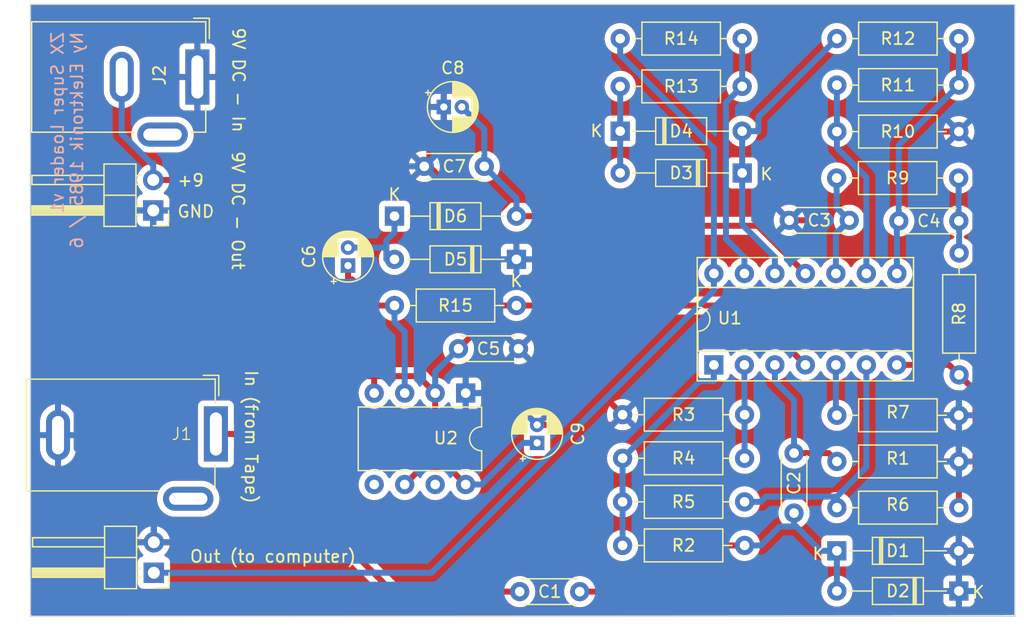
<source format=kicad_pcb>
(kicad_pcb (version 20240108) (generator "pcbnew") (generator_version "8.0")
  (layers (0 "F.Cu" signal) (31 "B.Cu" signal) (34 "B.Paste" user) (35 "F.Paste" user) (36 "B.SilkS" user "B.Silkscreen") (37 "F.SilkS" user "F.Silkscreen") (38 "B.Mask" user) (39 "F.Mask" user) (44 "Edge.Cuts" user))
  (net 0 "")
  (net 1 "Net-(U1A--)")
  (net 2 "GND")
  (net 3 "Net-(R2-Pad1)")
  (net 4 "Net-(U1A-+)")
  (net 5 "+9V")
  (net 6 "IN")
  (net 7 "Net-(D1-K)")
  (net 8 "Net-(U1B--)")
  (net 9 "Net-(U1B-+)")
  (net 10 "Net-(U1C-+)")
  (net 11 "Net-(C4-Pad1)")
  (net 12 "Net-(C4-Pad2)")
  (net 13 "Net-(R6-Pad2)")
  (net 14 "Net-(U1C--)")
  (net 15 "-9V")
  (net 16 "Net-(D3-A)")
  (net 17 "Net-(D3-K)")
  (net 18 "Net-(U1D--)")
  (net 19 "Net-(D5-A)")
  (net 20 "Net-(U2-Q)")
  (net 23 "out")
  (footprint "ZXLibrary:3.5mm mono jack chassis with switch" (layer "F.Cu") (at 65.38 61.8975 -90)
    (property "Reference" "J1")
    (property "Value" "EAR in")
  )
  (footprint "Resistor_THT:R_Axial_DIN0207_L6.3mm_D2.5mm_P10.16mm_Horizontal" (layer "F.Cu") (at 109.18 32.8833 180)
    (property "Reference" "R13")
    (property "Value" "R56K")
  )
  (footprint "Resistor_THT:R_Axial_DIN0207_L6.3mm_D2.5mm_P10.16mm_Horizontal" (layer "F.Cu") (at 117.07 68)
    (property "Reference" "R6")
    (property "Value" "100K")
  )
  (footprint "Resistor_THT:R_Axial_DIN0207_L6.3mm_D2.5mm_P10.16mm_Horizontal" (layer "F.Cu") (at 127.25 56.93 90)
    (property "Reference" "R8")
    (property "Value" "39K")
  )
  (footprint "Package_DIP:DIP-14_W7.62mm_Socket" (layer "F.Cu") (at 106.825 56.1 90)
    (property "Reference" "U1")
    (property "Value" "LM324")
  )
  (footprint "Resistor_THT:R_Axial_DIN0207_L6.3mm_D2.5mm_P10.16mm_Horizontal" (layer "F.Cu") (at 99.22 63.8833)
    (property "Reference" "R4")
    (property "Value" "R33K")
  )
  (footprint "Diode_THT:D_DO-35_SOD27_P10.16mm_Horizontal" (layer "F.Cu") (at 117.07 71.6)
    (property "Reference" "D1")
    (property "Value" "1N4148")
  )
  (footprint "Resistor_THT:R_Axial_DIN0207_L6.3mm_D2.5mm_P10.16mm_Horizontal" (layer "F.Cu") (at 90.38 51.15 180)
    (property "Reference" "R15")
    (property "Value" "100K")
  )
  (footprint "Connector_BarrelJack:BarrelJack_GCT_DCJ200-10-A_Horizontal" (layer "F.Cu") (at 63.8 32.1 -90)
    (property "Reference" "J2")
    (property "Value" "9V DC in")
  )
  (footprint "Resistor_THT:R_Axial_DIN0207_L6.3mm_D2.5mm_P10.16mm_Horizontal" (layer "F.Cu") (at 99.22 67.5167)
    (property "Reference" "R5")
    (property "Value" "R33K")
  )
  (footprint "Capacitor_THT:C_Disc_D4.3mm_W1.9mm_P5.00mm" (layer "F.Cu") (at 127.23 44.1 180)
    (property "Reference" "C4")
    (property "Value" "1,2nF")
  )
  (footprint "Resistor_THT:R_Axial_DIN0207_L6.3mm_D2.5mm_P10.16mm_Horizontal" (layer "F.Cu") (at 127.21 40.525 180)
    (property "Reference" "R9")
    (property "Value" "39K")
  )
  (footprint "Resistor_THT:R_Axial_DIN0207_L6.3mm_D2.5mm_P10.16mm_Horizontal" (layer "F.Cu") (at 109.18 28.9 180)
    (property "Reference" "R14")
    (property "Value" "R56K")
  )
  (footprint "Connector_PinHeader_2.54mm:PinHeader_1x02_P2.54mm_Horizontal" (layer "F.Cu") (at 60.125 43.225 180)
    (property "Reference" "J3" (hide yes))
    (property "Value" "9V DC(out)")
  )
  (footprint "Capacitor_THT:C_Disc_D4.3mm_W1.9mm_P5.00mm" (layer "F.Cu") (at 113.1 44.05)
    (property "Reference" "C3")
    (property "Value" "1,2nF")
  )
  (footprint "Diode_THT:D_DO-35_SOD27_P10.16mm_Horizontal" (layer "F.Cu") (at 90.38 47.3 180)
    (property "Reference" "D5")
    (property "Value" "1N4148")
  )
  (footprint "Resistor_THT:R_Axial_DIN0207_L6.3mm_D2.5mm_P10.16mm_Horizontal" (layer "F.Cu") (at 117.07 28.9)
    (property "Reference" "R12")
    (property "Value" "39K")
  )
  (footprint "Capacitor_THT:C_Disc_D4.3mm_W1.9mm_P5.00mm" (layer "F.Cu") (at 90.65 75)
    (property "Reference" "C1")
    (property "Value" "1,2nF")
  )
  (footprint "Resistor_THT:R_Axial_DIN0207_L6.3mm_D2.5mm_P10.16mm_Horizontal" (layer "F.Cu") (at 127.23 36.65 180)
    (property "Reference" "R10")
    (property "Value" "39K")
  )
  (footprint "Resistor_THT:R_Axial_DIN0207_L6.3mm_D2.5mm_P10.16mm_Horizontal" (layer "F.Cu") (at 99.22 71.15)
    (property "Reference" "R2")
    (property "Value" "R56K")
  )
  (footprint "LOGO" (layer "F.Cu") (at 91.05 51.85)
    (property "Reference" "G***" (hide yes))
    (property "Value" "LOGO" (hide yes))
  )
  (footprint "Diode_THT:D_DO-35_SOD27_P10.16mm_Horizontal" (layer "F.Cu") (at 99.02 36.6167)
    (property "Reference" "D4")
    (property "Value" "1N4148")
  )
  (footprint "Diode_THT:D_DO-35_SOD27_P10.16mm_Horizontal" (layer "F.Cu") (at 109.18 40.1 180)
    (property "Reference" "D3")
    (property "Value" "1N4148")
  )
  (footprint "Capacitor_THT:C_Disc_D4.3mm_W1.9mm_P5.00mm" (layer "F.Cu") (at 82.7 39.55)
    (property "Reference" "C7")
    (property "Value" "100nF")
  )
  (footprint "Resistor_THT:R_Axial_DIN0207_L6.3mm_D2.5mm_P10.16mm_Horizontal" (layer "F.Cu") (at 117.07 64.15)
    (property "Reference" "R1")
    (property "Value" "R56K")
  )
  (footprint "Diode_THT:D_DO-35_SOD27_P10.16mm_Horizontal" (layer "F.Cu") (at 80.22 43.7)
    (property "Reference" "D6")
    (property "Value" "1N4148")
  )
  (footprint "Capacitor_THT:CP_Radial_D4.0mm_P1.50mm" (layer "F.Cu") (at 84.3274 34.6)
    (property "Reference" "C8")
    (property "Value" "47uF")
  )
  (footprint "Resistor_THT:R_Axial_DIN0207_L6.3mm_D2.5mm_P10.16mm_Horizontal" (layer "F.Cu") (at 99.22 60.25)
    (property "Reference" "R3")
    (property "Value" "R56K")
  )
  (footprint "Capacitor_THT:C_Disc_D4.3mm_W1.9mm_P5.00mm" (layer "F.Cu") (at 90.55 54.75 180)
    (property "Reference" "C5")
    (property "Value" "1,2nF")
  )
  (footprint "Capacitor_THT:C_Disc_D4.3mm_W1.9mm_P5.00mm" (layer "F.Cu") (at 113.5 68.45 90)
    (property "Reference" "C2")
    (property "Value" "1,2nF")
  )
  (footprint "Resistor_THT:R_Axial_DIN0207_L6.3mm_D2.5mm_P10.16mm_Horizontal" (layer "F.Cu") (at 127.23 32.775 180)
    (property "Reference" "R11")
    (property "Value" "22")
  )
  (footprint "Symbol:KiCad-Logo2_5mm_Copper" (layer "F.Cu") (at 58.55 50.65)
    (property "Reference" "REF**" (hide yes))
    (property "Value" "KiCad-Logo2_5mm_Copper" (hide yes))
  )
  (footprint "Capacitor_THT:CP_Radial_D4.0mm_P1.50mm" (layer "F.Cu") (at 76.35 47.8226 90)
    (property "Reference" "C6")
    (property "Value" "10uF")
  )
  (footprint "Capacitor_THT:CP_Radial_D4.0mm_P1.50mm" (layer "F.Cu") (at 92.1 62.6 90)
    (property "Reference" "C9")
    (property "Value" "10uF")
  )
  (footprint "Connector_PinHeader_2.54mm:PinHeader_1x02_P2.54mm_Horizontal" (layer "F.Cu") (at 60.175 73.425 180)
    (property "Reference" "J4" (hide yes))
    (property "Value" "Out")
  )
  (footprint "Diode_THT:D_DO-35_SOD27_P10.16mm_Horizontal" (layer "F.Cu") (at 127.23 74.95 180)
    (property "Reference" "D2")
    (property "Value" "1N4148")
  )
  (footprint "Package_DIP:DIP-8_W7.62mm" (layer "F.Cu") (at 86.15 58.45 -90)
    (property "Reference" "U2")
    (property "Value" "NE555P")
  )
  (footprint "Resistor_THT:R_Axial_DIN0207_L6.3mm_D2.5mm_P10.16mm_Horizontal" (layer "F.Cu") (at 117.07 60.3)
    (property "Reference" "R7")
    (property "Value" "39K")
  )
  (gr_rect (start 49.9 26.05) (end 131.9 77.05) (stroke (width 0.1)) (fill none) (layer "Edge.Cuts"))
  (gr_text "ZX Super Loader v1\nNy Elektronik 1985 / 6" (at 54.35 28.25 90) (layer "B.SilkS") (effects (font (size 1 1)) (justify left bottom mirror)))
  (gr_text "+9" (at 62.05 41.3 0) (layer "F.SilkS") (effects (font (size 1 1)) (justify left bottom)))
  (gr_text "9V DC - Out" (at 66.6 38.2 270) (layer "F.SilkS") (effects (font (size 1 1)) (justify left bottom)))
  (gr_text "9V DC - In" (at 66.65 27.9 270) (layer "F.SilkS") (effects (font (size 1 1)) (justify left bottom)))
  (gr_text "In (from Tape)" (at 67.7 56.45 270) (layer "F.SilkS") (effects (font (size 1 1)) (justify left bottom)))
  (gr_text "Out (to computer)" (at 63.1 72.65 0) (layer "F.SilkS") (effects (font (size 1 1)) (justify left bottom)))
  (gr_text "GND" (at 62.05 43.9 0) (layer "F.SilkS") (effects (font (size 1 1)) (justify left bottom)))
  (segment (start 109.365 58.8833) (end 109.38 58.8983) (width 0.5) (layer "B.Cu") (net 1))
  (segment (start 109.365 56.1) (end 109.365 58.8833) (width 0.5) (layer "B.Cu") (net 1))
  (segment (start 109.38 60.25) (end 109.38 63.8833) (width 0.5) (layer "B.Cu") (net 1))
  (segment (start 109.38 60.25) (end 109.38 58.8983) (width 0.5) (layer "B.Cu") (net 1))
  (segment (start 90.38 45.9483) (end 88.2923 43.8606) (width 0.5) (layer "F.Cu") (net 2))
  (segment (start 92.1 61.1) (end 98.37 61.1) (width 0.5) (layer "F.Cu") (net 2))
  (segment (start 90.38 47.3) (end 90.38 45.9483) (width 0.5) (layer "F.Cu") (net 2))
  (segment (start 84.3274 34.6) (end 84.3274 35.7517) (width 0.5) (layer "F.Cu") (net 2))
  (segment (start 113.1 44.05) (end 115.4945 44.05) (width 0.5) (layer "F.Cu") (net 2))
  (segment (start 88.2923 43.8606) (end 89.8178 42.3351) (width 0.5) (layer "F.Cu") (net 2))
  (segment (start 83.125 36.9541) (end 84.3274 35.7517) (width 0.5) (layer "F.Cu") (net 2))
  (segment (start 89.8178 42.3351) (end 111.3851 42.3351) (width 0.5) (layer "F.Cu") (net 2))
  (segment (start 87.4356 43.8606) (end 88.2923 43.8606) (width 0.5) (layer "F.Cu") (net 2))
  (segment (start 111.3851 42.3351) (end 113.1 44.05) (width 0.5) (layer "F.Cu") (net 2))
  (segment (start 98.37 61.1) (end 99.22 60.25) (width 0.5) (layer "F.Cu") (net 2))
  (segment (start 115.4945 44.05) (end 122.8945 36.65) (width 0.5) (layer "F.Cu") (net 2))
  (segment (start 83.125 39.55) (end 87.4356 43.8606) (width 0.5) (layer "F.Cu") (net 2))
  (segment (start 83.125 39.55) (end 83.125 36.9541) (width 0.5) (layer "F.Cu") (net 2))
  (segment (start 122.8945 36.65) (end 127.23 36.65) (width 0.5) (layer "F.Cu") (net 2))
  (segment (start 82.7 39.55) (end 83.125 39.55) (width 0.5) (layer "F.Cu") (net 2))
  (segment (start 82.7 39.55) (end 63.8 39.55) (width 0.5) (layer "B.Cu") (net 2))
  (segment (start 90.38 47.3) (end 90.38 48.6517) (width 0.5) (layer "B.Cu") (net 2))
  (segment (start 89.9374 58.9374) (end 89.9374 58.45) (width 0.5) (layer "B.Cu") (net 2))
  (segment (start 86.15 58.45) (end 87.5017 58.45) (width 0.5) (layer "B.Cu") (net 2))
  (segment (start 63.8 32.1) (end 63.8 39.55) (width 0.5) (layer "B.Cu") (net 2))
  (segment (start 128.5836 66.8553) (end 128.5836 68.8947) (width 0.5) (layer "B.Cu") (net 2))
  (segment (start 90.55 54.75) (end 89.0283 53.2283) (width 0.5) (layer "B.Cu") (net 2))
  (segment (start 52.195 61.9575) (end 53.7467 61.9575) (width 0.5) (layer "B.Cu") (net 2))
  (segment (start 127.23 60.3) (end 127.23 58.9483) (width 0.5) (layer "B.Cu") (net 2))
  (segment (start 87.5017 58.45) (end 89.9374 58.45) (width 0.5) (layer "B.Cu") (net 2))
  (segment (start 60.175 70.885) (end 60.175 69.4833) (width 0.5) (layer "B.Cu") (net 2))
  (segment (start 127.23 64.15) (end 127.23 65.5017) (width 0.5) (layer "B.Cu") (net 2))
  (segment (start 89.9374 58.45) (end 89.9374 55.3626) (width 0.5) (layer "B.Cu") (net 2))
  (segment (start 89.9374 55.3626) (end 90.55 54.75) (width 0.5) (layer "B.Cu") (net 2))
  (segment (start 63.8 40.9517) (end 61.5267 43.225) (width 0.5) (layer "B.Cu") (net 2))
  (segment (start 53.7467 51.005) (end 53.7467 61.9575) (width 0.5) (layer "B.Cu") (net 2))
  (segment (start 127.23 71.6) (end 127.23 70.2483) (width 0.5) (layer "B.Cu") (net 2))
  (segment (start 128.6035 38.0235) (end 127.23 36.65) (width 0.5) (layer "B.Cu") (net 2))
  (segment (start 89.0283 50.0034) (end 90.38 48.6517) (width 0.5) (layer "B.Cu") (net 2))
  (segment (start 128.6035 57.5748) (end 128.6035 38.0235) (width 0.5) (layer "B.Cu") (net 2))
  (segment (start 60.125 44.6267) (end 53.7467 51.005) (width 0.5) (layer "B.Cu") (net 2))
  (segment (start 60.125 43.225) (end 61.5267 43.225) (width 0.5) (layer "B.Cu") (net 2))
  (segment (start 127.23 65.5017) (end 128.5836 66.8553) (width 0.5) (layer "B.Cu") (net 2))
  (segment (start 127.23 58.9483) (end 128.6035 57.5748) (width 0.5) (layer "B.Cu") (net 2))
  (segment (start 53.7467 63.055) (end 53.7467 61.9575) (width 0.5) (layer "B.Cu") (net 2))
  (segment (start 63.8 39.55) (end 63.8 40.9517) (width 0.5) (layer "B.Cu") (net 2))
  (segment (start 89.0283 53.2283) (end 89.0283 50.0034) (width 0.5) (layer "B.Cu") (net 2))
  (segment (start 128.5836 68.8947) (end 127.23 70.2483) (width 0.5) (layer "B.Cu") (net 2))
  (segment (start 127.23 74.95) (end 127.23 71.6) (width 0.5) (layer "B.Cu") (net 2))
  (segment (start 60.175 69.4833) (end 53.7467 63.055) (width 0.5) (layer "B.Cu") (net 2))
  (segment (start 60.125 43.225) (end 60.125 44.6267) (width 0.5) (layer "B.Cu") (net 2))
  (segment (start 92.1 61.1) (end 89.9374 58.9374) (width 0.5) (layer "B.Cu") (net 2))
  (segment (start 127.23 60.3) (end 127.23 64.15) (width 0.5) (layer "B.Cu") (net 2))
  (segment (start 105.6516 57.4517) (end 99.22 63.8833) (width 0.5) (layer "B.Cu") (net 3))
  (segment (start 99.22 71.15) (end 99.22 67.5167) (width 0.5) (layer "B.Cu") (net 3))
  (segment (start 106.825 56.1) (end 106.825 57.4517) (width 0.5) (layer "B.Cu") (net 3))
  (segment (start 99.22 67.5167) (end 99.22 63.8833) (width 0.5) (layer "B.Cu") (net 3))
  (segment (start 106.825 57.4517) (end 105.6516 57.4517) (width 0.5) (layer "B.Cu") (net 3))
  (segment (start 113.5 63.45) (end 116.37 63.45) (width 0.5) (layer "F.Cu") (net 4))
  (segment (start 116.37 63.45) (end 117.07 64.15) (width 0.5) (layer "F.Cu") (net 4))
  (segment (start 113.5 63.45) (end 113.5 59.0467) (width 0.5) (layer "B.Cu") (net 4))
  (segment (start 113.5 59.0467) (end 111.905 57.4517) (width 0.5) (layer "B.Cu") (net 4))
  (segment (start 111.905 56.1) (end 111.905 57.4517) (width 0.5) (layer "B.Cu") (net 4))
  (segment (start 86.15 66.07) (end 84.7983 64.7183) (width 0.5) (layer "F.Cu") (net 5))
  (segment (start 78.53 57.0361) (end 78.53 58.45) (width 0.5) (layer "F.Cu") (net 5))
  (segment (start 85.55 54.75) (end 89.15 51.15) (width 0.5) (layer "F.Cu") (net 5))
  (segment (start 77.8778 57.0361) (end 78.53 57.0361) (width 0.5) (layer "F.Cu") (net 5))
  (segment (start 83.61 64.7183) (end 82.4217 64.7183) (width 0.5) (layer "F.Cu") (net 5))
  (segment (start 83.61 64.7183) (end 83.61 58.45) (width 0.5) (layer "F.Cu") (net 5))
  (segment (start 82.1961 57.0361) (end 83.61 58.45) (width 0.5) (layer "F.Cu") (net 5))
  (segment (start 109.495 51.15) (end 90.38 51.15) (width 0.5) (layer "F.Cu") (net 5))
  (segment (start 60.125 40.685) (end 61.5267 40.685) (width 0.5) (layer "F.Cu") (net 5))
  (segment (start 78.53 57.0361) (end 82.1961 57.0361) (width 0.5) (layer "F.Cu") (net 5))
  (segment (start 82.4217 64.7183) (end 81.07 66.07) (width 0.5) (layer "F.Cu") (net 5))
  (segment (start 84.7983 64.7183) (end 83.61 64.7183) (width 0.5) (layer "F.Cu") (net 5))
  (segment (start 114.445 56.1) (end 109.495 51.15) (width 0.5) (layer "F.Cu") (net 5))
  (segment (start 89.15 51.15) (end 90.38 51.15) (width 0.5) (layer "F.Cu") (net 5))
  (segment (start 61.5267 40.685) (end 77.8778 57.0361) (width 0.5) (layer "F.Cu") (net 5))
  (segment (start 92.1 62.6) (end 90.9483 62.6) (width 0.5) (layer "B.Cu") (net 5))
  (segment (start 83.61 56.69) (end 85.55 54.75) (width 0.5) (layer "B.Cu") (net 5))
  (segment (start 86.15 66.07) (end 87.5017 66.07) (width 0.5) (layer "B.Cu") (net 5))
  (segment (start 87.5017 66.0466) (end 87.5017 66.07) (width 0.5) (layer "B.Cu") (net 5))
  (segment (start 90.9483 62.6) (end 87.5017 66.0466) (width 0.5) (layer "B.Cu") (net 5))
  (segment (start 60.125 40.685) (end 60.125 39.2833) (width 0.5) (layer "B.Cu") (net 5))
  (segment (start 83.61 58.45) (end 83.61 56.69) (width 0.5) (layer "B.Cu") (net 5))
  (segment (start 57.5 36.8335) (end 57.5 32.1) (width 0.5) (layer "B.Cu") (net 5))
  (segment (start 60.125 39.2833) (end 59.9498 39.2833) (width 0.5) (layer "B.Cu") (net 5))
  (segment (start 59.9498 39.2833) (end 57.5 36.8335) (width 0.5) (layer "B.Cu") (net 5))
  (segment (start 90.65 75) (end 80.0392 75) (width 0.5) (layer "F.Cu") (net 6))
  (segment (start 65.345 61.8575) (end 66.8967 61.8575) (width 0.5) (layer "F.Cu") (net 6))
  (segment (start 80.0392 75) (end 66.8967 61.8575) (width 0.5) (layer "F.Cu") (net 6))
  (segment (start 104.1783 75) (end 108.0283 71.15) (width 0.5) (layer "F.Cu") (net 7))
  (segment (start 109.38 71.15) (end 108.0283 71.15) (width 0.5) (layer "F.Cu") (net 7))
  (segment (start 95.65 75) (end 104.1783 75) (width 0.5) (layer "F.Cu") (net 7))
  (segment (start 113.6858 69.5675) (end 113.5 69.5675) (width 0.5) (layer "B.Cu") (net 7))
  (segment (start 117.07 74.95) (end 117.07 71.6) (width 0.5) (layer "B.Cu") (net 7))
  (segment (start 115.7183 71.6) (end 113.6858 69.5675) (width 0.5) (layer "B.Cu") (net 7))
  (segment (start 113.5 69.5675) (end 112.3142 69.5675) (width 0.5) (layer "B.Cu") (net 7))
  (segment (start 109.38 71.15) (end 110.7317 71.15) (width 0.5) (layer "B.Cu") (net 7))
  (segment (start 117.07 71.6) (end 115.7183 71.6) (width 0.5) (layer "B.Cu") (net 7))
  (segment (start 113.5 68.45) (end 113.5 69.5675) (width 0.5) (layer "B.Cu") (net 7))
  (segment (start 112.3142 69.5675) (end 110.7317 71.15) (width 0.5) (layer "B.Cu") (net 7))
  (segment (start 109.38 67.5167) (end 110.7317 67.5167) (width 0.5) (layer "B.Cu") (net 8))
  (segment (start 119.525 64.6249) (end 117.07 67.0799) (width 0.5) (layer "B.Cu") (net 8))
  (segment (start 119.525 56.1) (end 119.525 64.6249) (width 0.5) (layer "B.Cu") (net 8))
  (segment (start 111.1685 67.0799) (end 110.7317 67.5167) (width 0.5) (layer "B.Cu") (net 8))
  (segment (start 117.07 68) (end 117.07 67.0799) (width 0.5) (layer "B.Cu") (net 8))
  (segment (start 117.07 67.0799) (end 111.1685 67.0799) (width 0.5) (layer "B.Cu") (net 8))
  (segment (start 116.985 60.215) (end 117.07 60.3) (width 0.5) (layer "B.Cu") (net 9))
  (segment (start 116.985 56.1) (end 116.985 60.215) (width 0.5) (layer "B.Cu") (net 9))
  (segment (start 117.05 43) (end 117.05 40.525) (width 0.5) (layer "B.Cu") (net 10))
  (segment (start 116.985 45.165) (end 118.1 44.05) (width 0.5) (layer "B.Cu") (net 10))
  (segment (start 118.1 44.05) (end 117.05 43) (width 0.5) (layer "B.Cu") (net 10))
  (segment (start 116.985 48.48) (end 116.985 45.165) (width 0.5) (layer "B.Cu") (net 10))
  (segment (start 127.25 46.77) (end 127.25 44.12) (width 0.5) (layer "B.Cu") (net 11))
  (segment (start 127.21 44.08) (end 127.21 40.525) (width 0.5) (layer "B.Cu") (net 11))
  (segment (start 127.23 44.1) (end 127.21 44.08) (width 0.5) (layer "B.Cu") (net 11))
  (segment (start 127.25 44.12) (end 127.23 44.1) (width 0.5) (layer "B.Cu") (net 11))
  (segment (start 122.065 48.48) (end 122.065 44.265) (width 0.5) (layer "B.Cu") (net 12))
  (segment (start 127.23 28.9) (end 127.23 32.775) (width 0.5) (layer "B.Cu") (net 12))
  (segment (start 122.23 44.1) (end 122.23 37.775) (width 0.5) (layer "B.Cu") (net 12))
  (segment (start 122.23 37.775) (end 127.23 32.775) (width 0.5) (layer "B.Cu") (net 12))
  (segment (start 122.065 44.265) (end 122.23 44.1) (width 0.5) (layer "B.Cu") (net 12))
  (segment (start 128.6179 58.2979) (end 128.6179 65.2604) (width 0.5) (layer "F.Cu") (net 13))
  (segment (start 127.25 56.93) (end 128.6179 58.2979) (width 0.5) (layer "F.Cu") (net 13))
  (segment (start 122.065 56.1) (end 126.42 56.1) (width 0.5) (layer "F.Cu") (net 13))
  (segment (start 127.23 68) (end 127.23 66.6483) (width 0.5) (layer "F.Cu") (net 13))
  (segment (start 126.42 56.1) (end 127.25 56.93) (width 0.5) (layer "F.Cu") (net 13))
  (segment (start 128.6179 65.2604) (end 127.23 66.6483) (width 0.5) (layer "F.Cu") (net 13))
  (segment (start 117.07 32.775) (end 117.07 36.65) (width 0.5) (layer "B.Cu") (net 14))
  (segment (start 119.525 40.4567) (end 117.07 38.0017) (width 0.5) (layer "B.Cu") (net 14))
  (segment (start 119.525 48.48) (end 119.525 40.4567) (width 0.5) (layer "B.Cu") (net 14))
  (segment (start 117.07 36.65) (end 117.07 38.0017) (width 0.5) (layer "B.Cu") (net 14))
  (segment (start 110.3978 44.4328) (end 114.445 48.48) (width 0.5) (layer "F.Cu") (net 15))
  (segment (start 90.38 43.7) (end 101.5461 43.7) (width 0.5) (layer "F.Cu") (net 15))
  (segment (start 101.5461 43.7) (end 101.5461 44.0322) (width 0.5) (layer "F.Cu") (net 15))
  (segment (start 101.5461 44.0322) (end 102.0156 44.5017) (width 0.5) (layer "F.Cu") (net 15))
  (segment (start 110.3289 44.5017) (end 110.3978 44.4328) (width 0.5) (layer "F.Cu") (net 15))
  (segment (start 102.0156 44.5017) (end 110.3289 44.5017) (width 0.5) (layer "F.Cu") (net 15))
  (segment (start 87.7 39.55) (end 90.38 42.23) (width 0.5) (layer "B.Cu") (net 15))
  (segment (start 90.38 42.23) (end 90.38 43.7) (width 0.5) (layer "B.Cu") (net 15))
  (segment (start 87.7 36.4726) (end 87.7 39.55) (width 0.5) (layer "B.Cu") (net 15))
  (segment (start 85.8274 34.6) (end 87.7 36.4726) (width 0.5) (layer "B.Cu") (net 15))
  (segment (start 99.02 36.6167) (end 99.02 32.8833) (width 0.5) (layer "B.Cu") (net 16))
  (segment (start 99.02 40.1) (end 99.02 36.6167) (width 0.5) (layer "B.Cu") (net 16))
  (segment (start 110.5317 36.6167) (end 110.5317 35.4383) (width 0.5) (layer "B.Cu") (net 17))
  (segment (start 110.5317 35.4383) (end 117.07 28.9) (width 0.5) (layer "B.Cu") (net 17))
  (segment (start 111.905 48.48) (end 111.905 47.1283) (width 0.5) (layer "B.Cu") (net 17))
  (segment (start 111.905 47.1283) (end 109.18 44.4033) (width 0.5) (layer "B.Cu") (net 17))
  (segment (start 109.18 44.4033) (end 109.18 40.1) (width 0.5) (layer "B.Cu") (net 17))
  (segment (start 109.18 36.6167) (end 110.5317 36.6167) (width 0.5) (layer "B.Cu") (net 17))
  (segment (start 109.18 40.1) (end 109.18 36.6167) (width 0.5) (layer "B.Cu") (net 17))
  (segment (start 109.365 47.1283) (end 107.8283 45.5916) (width 0.5) (layer "B.Cu") (net 18))
  (segment (start 109.365 48.48) (end 109.365 47.1283) (width 0.5) (layer "B.Cu") (net 18))
  (segment (start 107.8283 45.5916) (end 107.8283 34.235) (width 0.5) (layer "B.Cu") (net 18))
  (segment (start 109.18 28.9) (end 109.18 32.8833) (width 0.5) (layer "B.Cu") (net 18))
  (segment (start 107.8283 34.235) (end 109.18 32.8833) (width 0.5) (layer "B.Cu") (net 18))
  (segment (start 79.5442 46.3226) (end 79.5442 45.7275) (width 0.5) (layer "B.Cu") (net 19))
  (segment (start 79.5442 45.7275) (end 80.22 45.0517) (width 0.5) (layer "B.Cu") (net 19))
  (segment (start 76.35 46.3226) (end 79.5442 46.3226) (width 0.5) (layer "B.Cu") (net 19))
  (segment (start 79.5442 47.3) (end 79.5442 46.3226) (width 0.5) (layer "B.Cu") (net 19))
  (segment (start 80.22 43.7) (end 80.22 45.0517) (width 0.5) (layer "B.Cu") (net 19))
  (segment (start 80.22 47.3) (end 79.5442 47.3) (width 0.5) (layer "B.Cu") (net 19))
  (segment (start 78.8683 51.15) (end 76.6926 48.9743) (width 0.5) (layer "F.Cu") (net 20))
  (segment (start 76.35 47.8226) (end 76.35 48.9743) (width 0.5) (layer "F.Cu") (net 20))
  (segment (start 80.22 51.15) (end 78.8683 51.15) (width 0.5) (layer "F.Cu") (net 20))
  (segment (start 76.6926 48.9743) (end 76.35 48.9743) (width 0.5) (layer "F.Cu") (net 20))
  (segment (start 81.07 58.45) (end 81.07 53.3517) (width 0.5) (layer "B.Cu") (net 20))
  (segment (start 81.07 53.3517) (end 80.22 52.5017) (width 0.5) (layer "B.Cu") (net 20))
  (segment (start 80.22 51.15) (end 80.22 52.5017) (width 0.5) (layer "B.Cu") (net 20))
  (segment (start 83.3073 73.425) (end 106.825 49.9073) (width 0.5) (layer "B.Cu") (net 23))
  (segment (start 99.02 30.2517) (end 106.825 38.0567) (width 0.5) (layer "B.Cu") (net 23))
  (segment (start 106.825 49.9073) (end 106.825 48.48) (width 0.5) (layer "B.Cu") (net 23))
  (segment (start 99.02 28.9) (end 99.02 30.2517) (width 0.5) (layer "B.Cu") (net 23))
  (segment (start 106.825 38.0567) (end 106.825 48.48) (width 0.5) (layer "B.Cu") (net 23))
  (segment (start 60.175 73.425) (end 83.3073 73.425) (width 0.5) (layer "B.Cu") (net 23))
  (zone (net 2) (net_name "GND") (layers "F&B.Cu") (connect_pads (clearance 0.5)) (min_thickness 0.25) (fill yes (thermal_gap 0.5) (thermal_bridge_width 0.5))
    (polygon (pts (xy 49.85 26.1) (xy 131.9 26) (xy 131.95 76.95) (xy 49.95 77)))
  )
)
</source>
